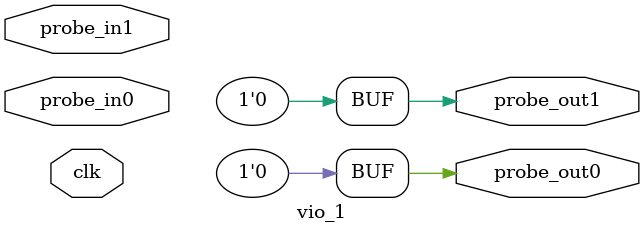
<source format=v>
`timescale 1ns / 1ps
module vio_1 (
clk,
probe_in0,probe_in1,
probe_out0,
probe_out1
);

input clk;
input [0 : 0] probe_in0;
input [0 : 0] probe_in1;

output reg [0 : 0] probe_out0 = 'h0 ;
output reg [0 : 0] probe_out1 = 'h0 ;


endmodule

</source>
